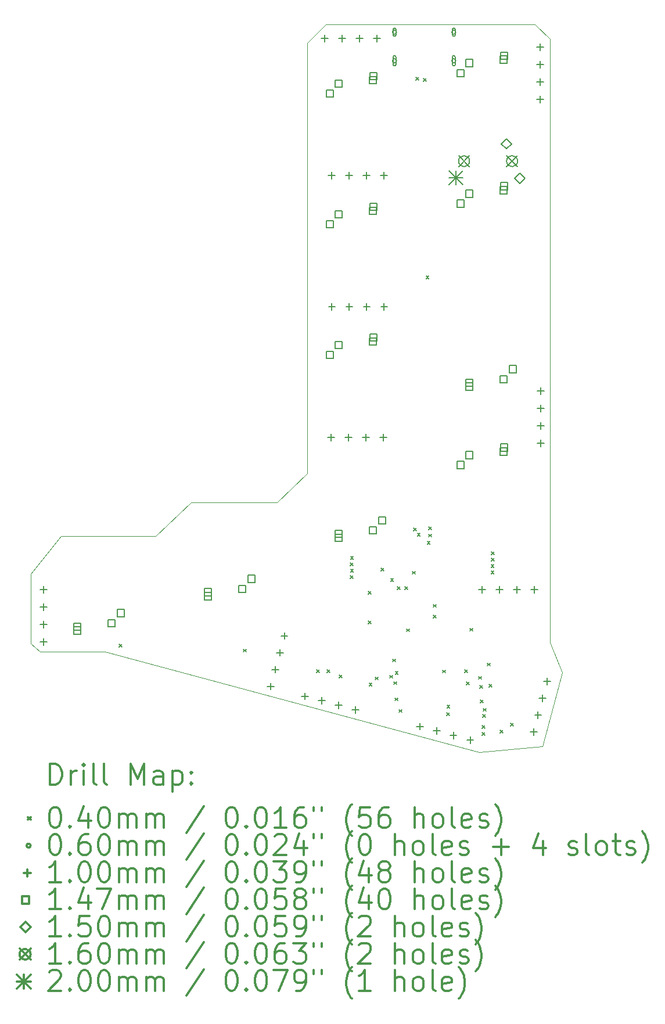
<source format=gbr>
%FSLAX45Y45*%
G04 Gerber Fmt 4.5, Leading zero omitted, Abs format (unit mm)*
G04 Created by KiCad (PCBNEW (5.1.4)-1) date 2023-02-10 21:16:50*
%MOMM*%
%LPD*%
G04 APERTURE LIST*
%ADD10C,0.050000*%
%ADD11C,0.200000*%
%ADD12C,0.300000*%
G04 APERTURE END LIST*
D10*
X12925419Y-47405040D02*
X13213232Y-46328860D01*
X13033421Y-45883812D02*
X13032185Y-45151986D01*
X13033421Y-45883812D02*
X13213232Y-46328860D01*
X9763279Y-36876295D02*
X12813279Y-36876295D01*
X5463279Y-44891295D02*
X5903279Y-44341295D01*
X13031480Y-37091016D02*
X12813279Y-36876295D01*
X13031346Y-39391871D02*
X13031480Y-39216016D01*
X5463279Y-45901295D02*
X5603279Y-46021295D01*
X6523279Y-46021295D02*
X6543279Y-46021295D01*
X9493279Y-39271295D02*
X9493279Y-43421295D01*
X6523279Y-46021295D02*
X5603279Y-46021295D01*
X9050000Y-43850000D02*
X9493279Y-43421295D01*
X7800000Y-43850000D02*
X7283279Y-44341295D01*
X9763279Y-36876295D02*
X9493279Y-37146295D01*
X5463279Y-44891295D02*
X5463279Y-45901295D01*
X13031346Y-39391871D02*
X13033920Y-43349053D01*
X13032185Y-45151986D02*
X13032767Y-45050023D01*
X12925419Y-47405040D02*
X12003279Y-47491295D01*
X13033920Y-43349053D02*
X13032767Y-45050023D01*
X13031480Y-37311016D02*
X13031480Y-37091016D01*
X9493279Y-39271295D02*
X9493279Y-37366295D01*
X9493279Y-37366295D02*
X9493279Y-37146295D01*
X13031480Y-39216016D02*
X13031480Y-37311016D01*
X9050000Y-43850000D02*
X7800000Y-43850000D01*
X7283279Y-44341295D02*
X5903279Y-44341295D01*
X12003279Y-47491295D02*
X6543279Y-46021295D01*
D11*
X6754279Y-45913221D02*
X6794279Y-45953221D01*
X6794279Y-45913221D02*
X6754279Y-45953221D01*
X8561000Y-45987000D02*
X8601000Y-46027000D01*
X8601000Y-45987000D02*
X8561000Y-46027000D01*
X9629000Y-46287000D02*
X9669000Y-46327000D01*
X9669000Y-46287000D02*
X9629000Y-46327000D01*
X9783000Y-46287000D02*
X9823000Y-46327000D01*
X9823000Y-46287000D02*
X9783000Y-46327000D01*
X9960000Y-46363500D02*
X10000000Y-46403500D01*
X10000000Y-46363500D02*
X9960000Y-46403500D01*
X10122500Y-44915000D02*
X10162500Y-44955000D01*
X10162500Y-44915000D02*
X10122500Y-44955000D01*
X10124346Y-44729713D02*
X10164346Y-44769713D01*
X10164346Y-44729713D02*
X10124346Y-44769713D01*
X10125248Y-44637017D02*
X10165248Y-44677017D01*
X10165248Y-44637017D02*
X10125248Y-44677017D01*
X10126527Y-44822387D02*
X10166527Y-44862387D01*
X10166527Y-44822387D02*
X10126527Y-44862387D01*
X10383636Y-45145603D02*
X10423636Y-45185603D01*
X10423636Y-45145603D02*
X10383636Y-45185603D01*
X10384000Y-45576000D02*
X10424000Y-45616000D01*
X10424000Y-45576000D02*
X10384000Y-45616000D01*
X10396397Y-46480028D02*
X10436397Y-46520028D01*
X10436397Y-46480028D02*
X10396397Y-46520028D01*
X10488399Y-46393075D02*
X10528399Y-46433075D01*
X10528399Y-46393075D02*
X10488399Y-46433075D01*
X10573000Y-44808000D02*
X10613000Y-44848000D01*
X10613000Y-44808000D02*
X10573000Y-44848000D01*
X10694600Y-46368000D02*
X10734600Y-46408000D01*
X10734600Y-46368000D02*
X10694600Y-46408000D01*
X10710000Y-44957000D02*
X10750000Y-44997000D01*
X10750000Y-44957000D02*
X10710000Y-44997000D01*
X10742098Y-46130119D02*
X10782098Y-46170119D01*
X10782098Y-46130119D02*
X10742098Y-46170119D01*
X10758788Y-46460284D02*
X10798788Y-46500284D01*
X10798788Y-46460284D02*
X10758788Y-46500284D01*
X10770800Y-46698200D02*
X10810800Y-46738200D01*
X10810800Y-46698200D02*
X10770800Y-46738200D01*
X10776660Y-46312560D02*
X10816660Y-46352560D01*
X10816660Y-46312560D02*
X10776660Y-46352560D01*
X10807670Y-45074557D02*
X10847670Y-45114557D01*
X10847670Y-45074557D02*
X10807670Y-45114557D01*
X10830866Y-46866381D02*
X10870866Y-46906381D01*
X10870866Y-46866381D02*
X10830866Y-46906381D01*
X10915000Y-45075000D02*
X10955000Y-45115000D01*
X10955000Y-45075000D02*
X10915000Y-45115000D01*
X10942402Y-45689200D02*
X10982402Y-45729200D01*
X10982402Y-45689200D02*
X10942402Y-45729200D01*
X11025000Y-44852500D02*
X11065000Y-44892500D01*
X11065000Y-44852500D02*
X11025000Y-44892500D01*
X11047246Y-44223496D02*
X11087246Y-44263496D01*
X11087246Y-44223496D02*
X11047246Y-44263496D01*
X11077500Y-37652500D02*
X11117500Y-37692500D01*
X11117500Y-37652500D02*
X11077500Y-37692500D01*
X11099598Y-44300000D02*
X11139598Y-44340000D01*
X11139598Y-44300000D02*
X11099598Y-44340000D01*
X11187500Y-37667500D02*
X11227500Y-37707500D01*
X11227500Y-37667500D02*
X11187500Y-37707500D01*
X11227500Y-40545000D02*
X11267500Y-40585000D01*
X11267500Y-40545000D02*
X11227500Y-40585000D01*
X11242500Y-44415000D02*
X11282500Y-44455000D01*
X11282500Y-44415000D02*
X11242500Y-44455000D01*
X11265000Y-44202500D02*
X11305000Y-44242500D01*
X11305000Y-44202500D02*
X11265000Y-44242500D01*
X11267500Y-44310000D02*
X11307500Y-44350000D01*
X11307500Y-44310000D02*
X11267500Y-44350000D01*
X11330000Y-45335000D02*
X11370000Y-45375000D01*
X11370000Y-45335000D02*
X11330000Y-45375000D01*
X11330000Y-45492500D02*
X11370000Y-45532500D01*
X11370000Y-45492500D02*
X11330000Y-45532500D01*
X11470000Y-46290000D02*
X11510000Y-46330000D01*
X11510000Y-46290000D02*
X11470000Y-46330000D01*
X11525586Y-46914414D02*
X11565586Y-46954414D01*
X11565586Y-46914414D02*
X11525586Y-46954414D01*
X11530315Y-46802501D02*
X11570315Y-46842501D01*
X11570315Y-46802501D02*
X11530315Y-46842501D01*
X11786836Y-46288164D02*
X11826836Y-46328164D01*
X11826836Y-46288164D02*
X11786836Y-46328164D01*
X11813362Y-46465943D02*
X11853362Y-46505943D01*
X11853362Y-46465943D02*
X11813362Y-46505943D01*
X11867500Y-45682500D02*
X11907500Y-45722500D01*
X11907500Y-45682500D02*
X11867500Y-45722500D01*
X11992536Y-46384599D02*
X12032536Y-46424599D01*
X12032536Y-46384599D02*
X11992536Y-46424599D01*
X12010000Y-46512500D02*
X12050000Y-46552500D01*
X12050000Y-46512500D02*
X12010000Y-46552500D01*
X12015000Y-46725000D02*
X12055000Y-46765000D01*
X12055000Y-46725000D02*
X12015000Y-46765000D01*
X12042500Y-47200000D02*
X12082500Y-47240000D01*
X12082500Y-47200000D02*
X12042500Y-47240000D01*
X12042501Y-47097501D02*
X12082501Y-47137501D01*
X12082501Y-47097501D02*
X12042501Y-47137501D01*
X12050832Y-46941338D02*
X12090832Y-46981338D01*
X12090832Y-46941338D02*
X12050832Y-46981338D01*
X12060234Y-46849114D02*
X12100234Y-46889114D01*
X12100234Y-46849114D02*
X12060234Y-46889114D01*
X12119999Y-46190000D02*
X12159999Y-46230000D01*
X12159999Y-46190000D02*
X12119999Y-46230000D01*
X12147901Y-46497374D02*
X12187901Y-46537374D01*
X12187901Y-46497374D02*
X12147901Y-46537374D01*
X12174769Y-44752817D02*
X12214769Y-44792817D01*
X12214769Y-44752817D02*
X12174769Y-44792817D01*
X12175014Y-44845517D02*
X12215014Y-44885517D01*
X12215014Y-44845517D02*
X12175014Y-44885517D01*
X12176437Y-44660132D02*
X12216437Y-44700132D01*
X12216437Y-44660132D02*
X12176437Y-44700132D01*
X12180000Y-44567500D02*
X12220000Y-44607500D01*
X12220000Y-44567500D02*
X12180000Y-44607500D01*
X12305000Y-47165000D02*
X12345000Y-47205000D01*
X12345000Y-47165000D02*
X12305000Y-47205000D01*
X12457700Y-47067500D02*
X12497700Y-47107500D01*
X12497700Y-47067500D02*
X12457700Y-47107500D01*
X10796000Y-36992500D02*
G75*
G03X10796000Y-36992500I-30000J0D01*
G01*
X10746000Y-36952500D02*
X10746000Y-37032500D01*
X10786000Y-36952500D02*
X10786000Y-37032500D01*
X10746000Y-37032500D02*
G75*
G03X10786000Y-37032500I20000J0D01*
G01*
X10786000Y-36952500D02*
G75*
G03X10746000Y-36952500I-20000J0D01*
G01*
X10796000Y-37409500D02*
G75*
G03X10796000Y-37409500I-30000J0D01*
G01*
X10746000Y-37354500D02*
X10746000Y-37464500D01*
X10786000Y-37354500D02*
X10786000Y-37464500D01*
X10746000Y-37464500D02*
G75*
G03X10786000Y-37464500I20000J0D01*
G01*
X10786000Y-37354500D02*
G75*
G03X10746000Y-37354500I-20000J0D01*
G01*
X11660000Y-36992500D02*
G75*
G03X11660000Y-36992500I-30000J0D01*
G01*
X11610000Y-36952500D02*
X11610000Y-37032500D01*
X11650000Y-36952500D02*
X11650000Y-37032500D01*
X11610000Y-37032500D02*
G75*
G03X11650000Y-37032500I20000J0D01*
G01*
X11650000Y-36952500D02*
G75*
G03X11610000Y-36952500I-20000J0D01*
G01*
X11660000Y-37409500D02*
G75*
G03X11660000Y-37409500I-30000J0D01*
G01*
X11610000Y-37354500D02*
X11610000Y-37464500D01*
X11650000Y-37354500D02*
X11650000Y-37464500D01*
X11610000Y-37464500D02*
G75*
G03X11650000Y-37464500I20000J0D01*
G01*
X11650000Y-37354500D02*
G75*
G03X11610000Y-37354500I-20000J0D01*
G01*
X11133279Y-47061295D02*
X11133279Y-47161295D01*
X11083279Y-47111295D02*
X11183279Y-47111295D01*
X11378624Y-47127035D02*
X11378624Y-47227035D01*
X11328624Y-47177035D02*
X11428624Y-47177035D01*
X11623969Y-47192775D02*
X11623969Y-47292775D01*
X11573969Y-47242775D02*
X11673969Y-47242775D01*
X11869314Y-47258515D02*
X11869314Y-47358515D01*
X11819314Y-47308515D02*
X11919314Y-47308515D01*
X9837697Y-42852097D02*
X9837697Y-42952097D01*
X9787697Y-42902097D02*
X9887697Y-42902097D01*
X10091697Y-42852097D02*
X10091697Y-42952097D01*
X10041697Y-42902097D02*
X10141697Y-42902097D01*
X10345697Y-42852097D02*
X10345697Y-42952097D01*
X10295697Y-42902097D02*
X10395697Y-42902097D01*
X10599697Y-42852097D02*
X10599697Y-42952097D01*
X10549697Y-42902097D02*
X10649697Y-42902097D01*
X5653279Y-45069295D02*
X5653279Y-45169295D01*
X5603279Y-45119295D02*
X5703279Y-45119295D01*
X5653279Y-45323295D02*
X5653279Y-45423295D01*
X5603279Y-45373295D02*
X5703279Y-45373295D01*
X5653279Y-45577295D02*
X5653279Y-45677295D01*
X5603279Y-45627295D02*
X5703279Y-45627295D01*
X5653279Y-45831295D02*
X5653279Y-45931295D01*
X5603279Y-45881295D02*
X5703279Y-45881295D01*
X9463279Y-46621295D02*
X9463279Y-46721295D01*
X9413279Y-46671295D02*
X9513279Y-46671295D01*
X9708624Y-46687035D02*
X9708624Y-46787035D01*
X9658624Y-46737035D02*
X9758624Y-46737035D01*
X9953969Y-46752775D02*
X9953969Y-46852775D01*
X9903969Y-46802775D02*
X10003969Y-46802775D01*
X10199314Y-46818515D02*
X10199314Y-46918515D01*
X10149314Y-46868515D02*
X10249314Y-46868515D01*
X12887609Y-37159831D02*
X12887609Y-37259831D01*
X12837609Y-37209831D02*
X12937609Y-37209831D01*
X12887609Y-37413831D02*
X12887609Y-37513831D01*
X12837609Y-37463831D02*
X12937609Y-37463831D01*
X12887609Y-37667831D02*
X12887609Y-37767831D01*
X12837609Y-37717831D02*
X12937609Y-37717831D01*
X12887609Y-37921831D02*
X12887609Y-38021831D01*
X12837609Y-37971831D02*
X12937609Y-37971831D01*
X12793279Y-47141295D02*
X12793279Y-47241295D01*
X12743279Y-47191295D02*
X12843279Y-47191295D01*
X12859019Y-46895950D02*
X12859019Y-46995950D01*
X12809019Y-46945950D02*
X12909019Y-46945950D01*
X12924759Y-46650605D02*
X12924759Y-46750605D01*
X12874759Y-46700605D02*
X12974759Y-46700605D01*
X12990499Y-46405260D02*
X12990499Y-46505260D01*
X12940499Y-46455260D02*
X13040499Y-46455260D01*
X12894060Y-42172489D02*
X12894060Y-42272489D01*
X12844060Y-42222489D02*
X12944060Y-42222489D01*
X12894060Y-42426489D02*
X12894060Y-42526489D01*
X12844060Y-42476489D02*
X12944060Y-42476489D01*
X12894060Y-42680489D02*
X12894060Y-42780489D01*
X12844060Y-42730489D02*
X12944060Y-42730489D01*
X12894060Y-42934489D02*
X12894060Y-43034489D01*
X12844060Y-42984489D02*
X12944060Y-42984489D01*
X9751000Y-37032000D02*
X9751000Y-37132000D01*
X9701000Y-37082000D02*
X9801000Y-37082000D01*
X10005000Y-37032000D02*
X10005000Y-37132000D01*
X9955000Y-37082000D02*
X10055000Y-37082000D01*
X10259000Y-37032000D02*
X10259000Y-37132000D01*
X10209000Y-37082000D02*
X10309000Y-37082000D01*
X10513000Y-37032000D02*
X10513000Y-37132000D01*
X10463000Y-37082000D02*
X10563000Y-37082000D01*
X12044843Y-45068132D02*
X12044843Y-45168132D01*
X11994843Y-45118132D02*
X12094843Y-45118132D01*
X12298843Y-45068132D02*
X12298843Y-45168132D01*
X12248843Y-45118132D02*
X12348843Y-45118132D01*
X12552843Y-45068132D02*
X12552843Y-45168132D01*
X12502843Y-45118132D02*
X12602843Y-45118132D01*
X12806843Y-45068132D02*
X12806843Y-45168132D01*
X12756843Y-45118132D02*
X12856843Y-45118132D01*
X8962796Y-46477182D02*
X8962796Y-46577182D01*
X8912796Y-46527182D02*
X9012796Y-46527182D01*
X9028536Y-46231837D02*
X9028536Y-46331837D01*
X8978536Y-46281837D02*
X9078536Y-46281837D01*
X9094276Y-45986492D02*
X9094276Y-46086492D01*
X9044276Y-46036492D02*
X9144276Y-46036492D01*
X9160016Y-45741146D02*
X9160016Y-45841146D01*
X9110016Y-45791146D02*
X9210016Y-45791146D01*
X9850928Y-39031838D02*
X9850928Y-39131838D01*
X9800928Y-39081838D02*
X9900928Y-39081838D01*
X10104928Y-39031838D02*
X10104928Y-39131838D01*
X10054928Y-39081838D02*
X10154928Y-39081838D01*
X10358928Y-39031838D02*
X10358928Y-39131838D01*
X10308928Y-39081838D02*
X10408928Y-39081838D01*
X10612928Y-39031838D02*
X10612928Y-39131838D01*
X10562928Y-39081838D02*
X10662928Y-39081838D01*
X9853416Y-40943520D02*
X9853416Y-41043520D01*
X9803416Y-40993520D02*
X9903416Y-40993520D01*
X10107416Y-40943520D02*
X10107416Y-41043520D01*
X10057416Y-40993520D02*
X10157416Y-40993520D01*
X10361416Y-40943520D02*
X10361416Y-41043520D01*
X10311416Y-40993520D02*
X10411416Y-40993520D01*
X10615416Y-40943520D02*
X10615416Y-41043520D01*
X10565416Y-40993520D02*
X10665416Y-40993520D01*
X9874252Y-37937973D02*
X9874252Y-37834027D01*
X9770306Y-37834027D01*
X9770306Y-37937973D01*
X9874252Y-37937973D01*
X10005252Y-37791973D02*
X10005252Y-37688027D01*
X9901306Y-37688027D01*
X9901306Y-37791973D01*
X10005252Y-37791973D01*
X10505252Y-37741973D02*
X10505252Y-37638027D01*
X10401306Y-37638027D01*
X10401306Y-37741973D01*
X10505252Y-37741973D01*
X10509252Y-37683973D02*
X10509252Y-37580027D01*
X10405306Y-37580027D01*
X10405306Y-37683973D01*
X10509252Y-37683973D01*
X9874252Y-41749268D02*
X9874252Y-41645322D01*
X9770306Y-41645322D01*
X9770306Y-41749268D01*
X9874252Y-41749268D01*
X10005252Y-41603268D02*
X10005252Y-41499322D01*
X9901306Y-41499322D01*
X9901306Y-41603268D01*
X10005252Y-41603268D01*
X10505252Y-41553268D02*
X10505252Y-41449322D01*
X10401306Y-41449322D01*
X10401306Y-41553268D01*
X10505252Y-41553268D01*
X10509252Y-41495268D02*
X10509252Y-41391322D01*
X10405306Y-41391322D01*
X10405306Y-41495268D01*
X10509252Y-41495268D01*
X10001252Y-44416268D02*
X10001252Y-44312322D01*
X9897306Y-44312322D01*
X9897306Y-44416268D01*
X10001252Y-44416268D01*
X10005252Y-44358268D02*
X10005252Y-44254322D01*
X9901306Y-44254322D01*
X9901306Y-44358268D01*
X10005252Y-44358268D01*
X10505252Y-44308268D02*
X10505252Y-44204322D01*
X10401306Y-44204322D01*
X10401306Y-44308268D01*
X10505252Y-44308268D01*
X10636252Y-44162268D02*
X10636252Y-44058322D01*
X10532306Y-44058322D01*
X10532306Y-44162268D01*
X10636252Y-44162268D01*
X11779252Y-43354268D02*
X11779252Y-43250322D01*
X11675306Y-43250322D01*
X11675306Y-43354268D01*
X11779252Y-43354268D01*
X11910252Y-43208268D02*
X11910252Y-43104322D01*
X11806306Y-43104322D01*
X11806306Y-43208268D01*
X11910252Y-43208268D01*
X12410252Y-43158268D02*
X12410252Y-43054322D01*
X12306306Y-43054322D01*
X12306306Y-43158268D01*
X12410252Y-43158268D01*
X12414252Y-43100268D02*
X12414252Y-42996322D01*
X12310306Y-42996322D01*
X12310306Y-43100268D01*
X12414252Y-43100268D01*
X6191252Y-45766268D02*
X6191252Y-45662322D01*
X6087306Y-45662322D01*
X6087306Y-45766268D01*
X6191252Y-45766268D01*
X6195252Y-45708268D02*
X6195252Y-45604322D01*
X6091306Y-45604322D01*
X6091306Y-45708268D01*
X6195252Y-45708268D01*
X6695252Y-45658268D02*
X6695252Y-45554322D01*
X6591306Y-45554322D01*
X6591306Y-45658268D01*
X6695252Y-45658268D01*
X6826252Y-45512268D02*
X6826252Y-45408322D01*
X6722306Y-45408322D01*
X6722306Y-45512268D01*
X6826252Y-45512268D01*
X8096252Y-45266268D02*
X8096252Y-45162322D01*
X7992306Y-45162322D01*
X7992306Y-45266268D01*
X8096252Y-45266268D01*
X8100252Y-45208268D02*
X8100252Y-45104322D01*
X7996306Y-45104322D01*
X7996306Y-45208268D01*
X8100252Y-45208268D01*
X8600252Y-45158268D02*
X8600252Y-45054322D01*
X8496306Y-45054322D01*
X8496306Y-45158268D01*
X8600252Y-45158268D01*
X8731252Y-45012268D02*
X8731252Y-44908322D01*
X8627306Y-44908322D01*
X8627306Y-45012268D01*
X8731252Y-45012268D01*
X11779252Y-37639973D02*
X11779252Y-37536027D01*
X11675306Y-37536027D01*
X11675306Y-37639973D01*
X11779252Y-37639973D01*
X11910252Y-37493973D02*
X11910252Y-37390027D01*
X11806306Y-37390027D01*
X11806306Y-37493973D01*
X11910252Y-37493973D01*
X12410252Y-37443973D02*
X12410252Y-37340027D01*
X12306306Y-37340027D01*
X12306306Y-37443973D01*
X12410252Y-37443973D01*
X12414252Y-37385973D02*
X12414252Y-37282027D01*
X12310306Y-37282027D01*
X12310306Y-37385973D01*
X12414252Y-37385973D01*
X11906252Y-42211268D02*
X11906252Y-42107322D01*
X11802306Y-42107322D01*
X11802306Y-42211268D01*
X11906252Y-42211268D01*
X11910252Y-42153268D02*
X11910252Y-42049322D01*
X11806306Y-42049322D01*
X11806306Y-42153268D01*
X11910252Y-42153268D01*
X12410252Y-42103268D02*
X12410252Y-41999322D01*
X12306306Y-41999322D01*
X12306306Y-42103268D01*
X12410252Y-42103268D01*
X12541252Y-41957268D02*
X12541252Y-41853322D01*
X12437306Y-41853322D01*
X12437306Y-41957268D01*
X12541252Y-41957268D01*
X9874252Y-39844268D02*
X9874252Y-39740322D01*
X9770306Y-39740322D01*
X9770306Y-39844268D01*
X9874252Y-39844268D01*
X10005252Y-39698268D02*
X10005252Y-39594322D01*
X9901306Y-39594322D01*
X9901306Y-39698268D01*
X10005252Y-39698268D01*
X10505252Y-39648268D02*
X10505252Y-39544322D01*
X10401306Y-39544322D01*
X10401306Y-39648268D01*
X10505252Y-39648268D01*
X10509252Y-39590268D02*
X10509252Y-39486322D01*
X10405306Y-39486322D01*
X10405306Y-39590268D01*
X10509252Y-39590268D01*
X11779252Y-39544268D02*
X11779252Y-39440322D01*
X11675306Y-39440322D01*
X11675306Y-39544268D01*
X11779252Y-39544268D01*
X11910252Y-39398268D02*
X11910252Y-39294322D01*
X11806306Y-39294322D01*
X11806306Y-39398268D01*
X11910252Y-39398268D01*
X12410252Y-39348268D02*
X12410252Y-39244322D01*
X12306306Y-39244322D01*
X12306306Y-39348268D01*
X12410252Y-39348268D01*
X12414252Y-39290268D02*
X12414252Y-39186322D01*
X12310306Y-39186322D01*
X12310306Y-39290268D01*
X12414252Y-39290268D01*
X12400000Y-38695000D02*
X12475000Y-38620000D01*
X12400000Y-38545000D01*
X12325000Y-38620000D01*
X12400000Y-38695000D01*
X12590000Y-39200000D02*
X12665000Y-39125000D01*
X12590000Y-39050000D01*
X12515000Y-39125000D01*
X12590000Y-39200000D01*
X11700000Y-38792500D02*
X11860000Y-38952500D01*
X11860000Y-38792500D02*
X11700000Y-38952500D01*
X11860000Y-38872500D02*
G75*
G03X11860000Y-38872500I-80000J0D01*
G01*
X12400000Y-38792500D02*
X12560000Y-38952500D01*
X12560000Y-38792500D02*
X12400000Y-38952500D01*
X12560000Y-38872500D02*
G75*
G03X12560000Y-38872500I-80000J0D01*
G01*
X11560000Y-39012500D02*
X11760000Y-39212500D01*
X11760000Y-39012500D02*
X11560000Y-39212500D01*
X11660000Y-39012500D02*
X11660000Y-39212500D01*
X11560000Y-39112500D02*
X11760000Y-39112500D01*
D12*
X5747207Y-47959509D02*
X5747207Y-47659509D01*
X5818636Y-47659509D01*
X5861493Y-47673795D01*
X5890064Y-47702367D01*
X5904350Y-47730938D01*
X5918636Y-47788081D01*
X5918636Y-47830938D01*
X5904350Y-47888081D01*
X5890064Y-47916652D01*
X5861493Y-47945224D01*
X5818636Y-47959509D01*
X5747207Y-47959509D01*
X6047207Y-47959509D02*
X6047207Y-47759509D01*
X6047207Y-47816652D02*
X6061493Y-47788081D01*
X6075779Y-47773795D01*
X6104350Y-47759509D01*
X6132922Y-47759509D01*
X6232922Y-47959509D02*
X6232922Y-47759509D01*
X6232922Y-47659509D02*
X6218636Y-47673795D01*
X6232922Y-47688081D01*
X6247207Y-47673795D01*
X6232922Y-47659509D01*
X6232922Y-47688081D01*
X6418636Y-47959509D02*
X6390064Y-47945224D01*
X6375779Y-47916652D01*
X6375779Y-47659509D01*
X6575779Y-47959509D02*
X6547207Y-47945224D01*
X6532922Y-47916652D01*
X6532922Y-47659509D01*
X6918636Y-47959509D02*
X6918636Y-47659509D01*
X7018636Y-47873795D01*
X7118636Y-47659509D01*
X7118636Y-47959509D01*
X7390064Y-47959509D02*
X7390064Y-47802367D01*
X7375779Y-47773795D01*
X7347207Y-47759509D01*
X7290064Y-47759509D01*
X7261493Y-47773795D01*
X7390064Y-47945224D02*
X7361493Y-47959509D01*
X7290064Y-47959509D01*
X7261493Y-47945224D01*
X7247207Y-47916652D01*
X7247207Y-47888081D01*
X7261493Y-47859509D01*
X7290064Y-47845224D01*
X7361493Y-47845224D01*
X7390064Y-47830938D01*
X7532922Y-47759509D02*
X7532922Y-48059509D01*
X7532922Y-47773795D02*
X7561493Y-47759509D01*
X7618636Y-47759509D01*
X7647207Y-47773795D01*
X7661493Y-47788081D01*
X7675779Y-47816652D01*
X7675779Y-47902367D01*
X7661493Y-47930938D01*
X7647207Y-47945224D01*
X7618636Y-47959509D01*
X7561493Y-47959509D01*
X7532922Y-47945224D01*
X7804350Y-47930938D02*
X7818636Y-47945224D01*
X7804350Y-47959509D01*
X7790064Y-47945224D01*
X7804350Y-47930938D01*
X7804350Y-47959509D01*
X7804350Y-47773795D02*
X7818636Y-47788081D01*
X7804350Y-47802367D01*
X7790064Y-47788081D01*
X7804350Y-47773795D01*
X7804350Y-47802367D01*
X5420779Y-48433795D02*
X5460779Y-48473795D01*
X5460779Y-48433795D02*
X5420779Y-48473795D01*
X5804350Y-48289509D02*
X5832922Y-48289509D01*
X5861493Y-48303795D01*
X5875779Y-48318081D01*
X5890064Y-48346652D01*
X5904350Y-48403795D01*
X5904350Y-48475224D01*
X5890064Y-48532367D01*
X5875779Y-48560938D01*
X5861493Y-48575224D01*
X5832922Y-48589509D01*
X5804350Y-48589509D01*
X5775779Y-48575224D01*
X5761493Y-48560938D01*
X5747207Y-48532367D01*
X5732922Y-48475224D01*
X5732922Y-48403795D01*
X5747207Y-48346652D01*
X5761493Y-48318081D01*
X5775779Y-48303795D01*
X5804350Y-48289509D01*
X6032922Y-48560938D02*
X6047207Y-48575224D01*
X6032922Y-48589509D01*
X6018636Y-48575224D01*
X6032922Y-48560938D01*
X6032922Y-48589509D01*
X6304350Y-48389509D02*
X6304350Y-48589509D01*
X6232922Y-48275224D02*
X6161493Y-48489509D01*
X6347207Y-48489509D01*
X6518636Y-48289509D02*
X6547207Y-48289509D01*
X6575779Y-48303795D01*
X6590064Y-48318081D01*
X6604350Y-48346652D01*
X6618636Y-48403795D01*
X6618636Y-48475224D01*
X6604350Y-48532367D01*
X6590064Y-48560938D01*
X6575779Y-48575224D01*
X6547207Y-48589509D01*
X6518636Y-48589509D01*
X6490064Y-48575224D01*
X6475779Y-48560938D01*
X6461493Y-48532367D01*
X6447207Y-48475224D01*
X6447207Y-48403795D01*
X6461493Y-48346652D01*
X6475779Y-48318081D01*
X6490064Y-48303795D01*
X6518636Y-48289509D01*
X6747207Y-48589509D02*
X6747207Y-48389509D01*
X6747207Y-48418081D02*
X6761493Y-48403795D01*
X6790064Y-48389509D01*
X6832922Y-48389509D01*
X6861493Y-48403795D01*
X6875779Y-48432367D01*
X6875779Y-48589509D01*
X6875779Y-48432367D02*
X6890064Y-48403795D01*
X6918636Y-48389509D01*
X6961493Y-48389509D01*
X6990064Y-48403795D01*
X7004350Y-48432367D01*
X7004350Y-48589509D01*
X7147207Y-48589509D02*
X7147207Y-48389509D01*
X7147207Y-48418081D02*
X7161493Y-48403795D01*
X7190064Y-48389509D01*
X7232922Y-48389509D01*
X7261493Y-48403795D01*
X7275779Y-48432367D01*
X7275779Y-48589509D01*
X7275779Y-48432367D02*
X7290064Y-48403795D01*
X7318636Y-48389509D01*
X7361493Y-48389509D01*
X7390064Y-48403795D01*
X7404350Y-48432367D01*
X7404350Y-48589509D01*
X7990064Y-48275224D02*
X7732922Y-48660938D01*
X8375779Y-48289509D02*
X8404350Y-48289509D01*
X8432922Y-48303795D01*
X8447207Y-48318081D01*
X8461493Y-48346652D01*
X8475779Y-48403795D01*
X8475779Y-48475224D01*
X8461493Y-48532367D01*
X8447207Y-48560938D01*
X8432922Y-48575224D01*
X8404350Y-48589509D01*
X8375779Y-48589509D01*
X8347207Y-48575224D01*
X8332922Y-48560938D01*
X8318636Y-48532367D01*
X8304350Y-48475224D01*
X8304350Y-48403795D01*
X8318636Y-48346652D01*
X8332922Y-48318081D01*
X8347207Y-48303795D01*
X8375779Y-48289509D01*
X8604350Y-48560938D02*
X8618636Y-48575224D01*
X8604350Y-48589509D01*
X8590065Y-48575224D01*
X8604350Y-48560938D01*
X8604350Y-48589509D01*
X8804350Y-48289509D02*
X8832922Y-48289509D01*
X8861493Y-48303795D01*
X8875779Y-48318081D01*
X8890065Y-48346652D01*
X8904350Y-48403795D01*
X8904350Y-48475224D01*
X8890065Y-48532367D01*
X8875779Y-48560938D01*
X8861493Y-48575224D01*
X8832922Y-48589509D01*
X8804350Y-48589509D01*
X8775779Y-48575224D01*
X8761493Y-48560938D01*
X8747207Y-48532367D01*
X8732922Y-48475224D01*
X8732922Y-48403795D01*
X8747207Y-48346652D01*
X8761493Y-48318081D01*
X8775779Y-48303795D01*
X8804350Y-48289509D01*
X9190065Y-48589509D02*
X9018636Y-48589509D01*
X9104350Y-48589509D02*
X9104350Y-48289509D01*
X9075779Y-48332367D01*
X9047207Y-48360938D01*
X9018636Y-48375224D01*
X9447207Y-48289509D02*
X9390065Y-48289509D01*
X9361493Y-48303795D01*
X9347207Y-48318081D01*
X9318636Y-48360938D01*
X9304350Y-48418081D01*
X9304350Y-48532367D01*
X9318636Y-48560938D01*
X9332922Y-48575224D01*
X9361493Y-48589509D01*
X9418636Y-48589509D01*
X9447207Y-48575224D01*
X9461493Y-48560938D01*
X9475779Y-48532367D01*
X9475779Y-48460938D01*
X9461493Y-48432367D01*
X9447207Y-48418081D01*
X9418636Y-48403795D01*
X9361493Y-48403795D01*
X9332922Y-48418081D01*
X9318636Y-48432367D01*
X9304350Y-48460938D01*
X9590065Y-48289509D02*
X9590065Y-48346652D01*
X9704350Y-48289509D02*
X9704350Y-48346652D01*
X10147207Y-48703795D02*
X10132922Y-48689509D01*
X10104350Y-48646652D01*
X10090065Y-48618081D01*
X10075779Y-48575224D01*
X10061493Y-48503795D01*
X10061493Y-48446652D01*
X10075779Y-48375224D01*
X10090065Y-48332367D01*
X10104350Y-48303795D01*
X10132922Y-48260938D01*
X10147207Y-48246652D01*
X10404350Y-48289509D02*
X10261493Y-48289509D01*
X10247207Y-48432367D01*
X10261493Y-48418081D01*
X10290065Y-48403795D01*
X10361493Y-48403795D01*
X10390065Y-48418081D01*
X10404350Y-48432367D01*
X10418636Y-48460938D01*
X10418636Y-48532367D01*
X10404350Y-48560938D01*
X10390065Y-48575224D01*
X10361493Y-48589509D01*
X10290065Y-48589509D01*
X10261493Y-48575224D01*
X10247207Y-48560938D01*
X10675779Y-48289509D02*
X10618636Y-48289509D01*
X10590065Y-48303795D01*
X10575779Y-48318081D01*
X10547207Y-48360938D01*
X10532922Y-48418081D01*
X10532922Y-48532367D01*
X10547207Y-48560938D01*
X10561493Y-48575224D01*
X10590065Y-48589509D01*
X10647207Y-48589509D01*
X10675779Y-48575224D01*
X10690065Y-48560938D01*
X10704350Y-48532367D01*
X10704350Y-48460938D01*
X10690065Y-48432367D01*
X10675779Y-48418081D01*
X10647207Y-48403795D01*
X10590065Y-48403795D01*
X10561493Y-48418081D01*
X10547207Y-48432367D01*
X10532922Y-48460938D01*
X11061493Y-48589509D02*
X11061493Y-48289509D01*
X11190064Y-48589509D02*
X11190064Y-48432367D01*
X11175779Y-48403795D01*
X11147207Y-48389509D01*
X11104350Y-48389509D01*
X11075779Y-48403795D01*
X11061493Y-48418081D01*
X11375779Y-48589509D02*
X11347207Y-48575224D01*
X11332922Y-48560938D01*
X11318636Y-48532367D01*
X11318636Y-48446652D01*
X11332922Y-48418081D01*
X11347207Y-48403795D01*
X11375779Y-48389509D01*
X11418636Y-48389509D01*
X11447207Y-48403795D01*
X11461493Y-48418081D01*
X11475779Y-48446652D01*
X11475779Y-48532367D01*
X11461493Y-48560938D01*
X11447207Y-48575224D01*
X11418636Y-48589509D01*
X11375779Y-48589509D01*
X11647207Y-48589509D02*
X11618636Y-48575224D01*
X11604350Y-48546652D01*
X11604350Y-48289509D01*
X11875779Y-48575224D02*
X11847207Y-48589509D01*
X11790064Y-48589509D01*
X11761493Y-48575224D01*
X11747207Y-48546652D01*
X11747207Y-48432367D01*
X11761493Y-48403795D01*
X11790064Y-48389509D01*
X11847207Y-48389509D01*
X11875779Y-48403795D01*
X11890064Y-48432367D01*
X11890064Y-48460938D01*
X11747207Y-48489509D01*
X12004350Y-48575224D02*
X12032922Y-48589509D01*
X12090064Y-48589509D01*
X12118636Y-48575224D01*
X12132922Y-48546652D01*
X12132922Y-48532367D01*
X12118636Y-48503795D01*
X12090064Y-48489509D01*
X12047207Y-48489509D01*
X12018636Y-48475224D01*
X12004350Y-48446652D01*
X12004350Y-48432367D01*
X12018636Y-48403795D01*
X12047207Y-48389509D01*
X12090064Y-48389509D01*
X12118636Y-48403795D01*
X12232922Y-48703795D02*
X12247207Y-48689509D01*
X12275779Y-48646652D01*
X12290064Y-48618081D01*
X12304350Y-48575224D01*
X12318636Y-48503795D01*
X12318636Y-48446652D01*
X12304350Y-48375224D01*
X12290064Y-48332367D01*
X12275779Y-48303795D01*
X12247207Y-48260938D01*
X12232922Y-48246652D01*
X5460779Y-48849795D02*
G75*
G03X5460779Y-48849795I-30000J0D01*
G01*
X5804350Y-48685509D02*
X5832922Y-48685509D01*
X5861493Y-48699795D01*
X5875779Y-48714081D01*
X5890064Y-48742652D01*
X5904350Y-48799795D01*
X5904350Y-48871224D01*
X5890064Y-48928367D01*
X5875779Y-48956938D01*
X5861493Y-48971224D01*
X5832922Y-48985509D01*
X5804350Y-48985509D01*
X5775779Y-48971224D01*
X5761493Y-48956938D01*
X5747207Y-48928367D01*
X5732922Y-48871224D01*
X5732922Y-48799795D01*
X5747207Y-48742652D01*
X5761493Y-48714081D01*
X5775779Y-48699795D01*
X5804350Y-48685509D01*
X6032922Y-48956938D02*
X6047207Y-48971224D01*
X6032922Y-48985509D01*
X6018636Y-48971224D01*
X6032922Y-48956938D01*
X6032922Y-48985509D01*
X6304350Y-48685509D02*
X6247207Y-48685509D01*
X6218636Y-48699795D01*
X6204350Y-48714081D01*
X6175779Y-48756938D01*
X6161493Y-48814081D01*
X6161493Y-48928367D01*
X6175779Y-48956938D01*
X6190064Y-48971224D01*
X6218636Y-48985509D01*
X6275779Y-48985509D01*
X6304350Y-48971224D01*
X6318636Y-48956938D01*
X6332922Y-48928367D01*
X6332922Y-48856938D01*
X6318636Y-48828367D01*
X6304350Y-48814081D01*
X6275779Y-48799795D01*
X6218636Y-48799795D01*
X6190064Y-48814081D01*
X6175779Y-48828367D01*
X6161493Y-48856938D01*
X6518636Y-48685509D02*
X6547207Y-48685509D01*
X6575779Y-48699795D01*
X6590064Y-48714081D01*
X6604350Y-48742652D01*
X6618636Y-48799795D01*
X6618636Y-48871224D01*
X6604350Y-48928367D01*
X6590064Y-48956938D01*
X6575779Y-48971224D01*
X6547207Y-48985509D01*
X6518636Y-48985509D01*
X6490064Y-48971224D01*
X6475779Y-48956938D01*
X6461493Y-48928367D01*
X6447207Y-48871224D01*
X6447207Y-48799795D01*
X6461493Y-48742652D01*
X6475779Y-48714081D01*
X6490064Y-48699795D01*
X6518636Y-48685509D01*
X6747207Y-48985509D02*
X6747207Y-48785509D01*
X6747207Y-48814081D02*
X6761493Y-48799795D01*
X6790064Y-48785509D01*
X6832922Y-48785509D01*
X6861493Y-48799795D01*
X6875779Y-48828367D01*
X6875779Y-48985509D01*
X6875779Y-48828367D02*
X6890064Y-48799795D01*
X6918636Y-48785509D01*
X6961493Y-48785509D01*
X6990064Y-48799795D01*
X7004350Y-48828367D01*
X7004350Y-48985509D01*
X7147207Y-48985509D02*
X7147207Y-48785509D01*
X7147207Y-48814081D02*
X7161493Y-48799795D01*
X7190064Y-48785509D01*
X7232922Y-48785509D01*
X7261493Y-48799795D01*
X7275779Y-48828367D01*
X7275779Y-48985509D01*
X7275779Y-48828367D02*
X7290064Y-48799795D01*
X7318636Y-48785509D01*
X7361493Y-48785509D01*
X7390064Y-48799795D01*
X7404350Y-48828367D01*
X7404350Y-48985509D01*
X7990064Y-48671224D02*
X7732922Y-49056938D01*
X8375779Y-48685509D02*
X8404350Y-48685509D01*
X8432922Y-48699795D01*
X8447207Y-48714081D01*
X8461493Y-48742652D01*
X8475779Y-48799795D01*
X8475779Y-48871224D01*
X8461493Y-48928367D01*
X8447207Y-48956938D01*
X8432922Y-48971224D01*
X8404350Y-48985509D01*
X8375779Y-48985509D01*
X8347207Y-48971224D01*
X8332922Y-48956938D01*
X8318636Y-48928367D01*
X8304350Y-48871224D01*
X8304350Y-48799795D01*
X8318636Y-48742652D01*
X8332922Y-48714081D01*
X8347207Y-48699795D01*
X8375779Y-48685509D01*
X8604350Y-48956938D02*
X8618636Y-48971224D01*
X8604350Y-48985509D01*
X8590065Y-48971224D01*
X8604350Y-48956938D01*
X8604350Y-48985509D01*
X8804350Y-48685509D02*
X8832922Y-48685509D01*
X8861493Y-48699795D01*
X8875779Y-48714081D01*
X8890065Y-48742652D01*
X8904350Y-48799795D01*
X8904350Y-48871224D01*
X8890065Y-48928367D01*
X8875779Y-48956938D01*
X8861493Y-48971224D01*
X8832922Y-48985509D01*
X8804350Y-48985509D01*
X8775779Y-48971224D01*
X8761493Y-48956938D01*
X8747207Y-48928367D01*
X8732922Y-48871224D01*
X8732922Y-48799795D01*
X8747207Y-48742652D01*
X8761493Y-48714081D01*
X8775779Y-48699795D01*
X8804350Y-48685509D01*
X9018636Y-48714081D02*
X9032922Y-48699795D01*
X9061493Y-48685509D01*
X9132922Y-48685509D01*
X9161493Y-48699795D01*
X9175779Y-48714081D01*
X9190065Y-48742652D01*
X9190065Y-48771224D01*
X9175779Y-48814081D01*
X9004350Y-48985509D01*
X9190065Y-48985509D01*
X9447207Y-48785509D02*
X9447207Y-48985509D01*
X9375779Y-48671224D02*
X9304350Y-48885509D01*
X9490065Y-48885509D01*
X9590065Y-48685509D02*
X9590065Y-48742652D01*
X9704350Y-48685509D02*
X9704350Y-48742652D01*
X10147207Y-49099795D02*
X10132922Y-49085509D01*
X10104350Y-49042652D01*
X10090065Y-49014081D01*
X10075779Y-48971224D01*
X10061493Y-48899795D01*
X10061493Y-48842652D01*
X10075779Y-48771224D01*
X10090065Y-48728367D01*
X10104350Y-48699795D01*
X10132922Y-48656938D01*
X10147207Y-48642652D01*
X10318636Y-48685509D02*
X10347207Y-48685509D01*
X10375779Y-48699795D01*
X10390065Y-48714081D01*
X10404350Y-48742652D01*
X10418636Y-48799795D01*
X10418636Y-48871224D01*
X10404350Y-48928367D01*
X10390065Y-48956938D01*
X10375779Y-48971224D01*
X10347207Y-48985509D01*
X10318636Y-48985509D01*
X10290065Y-48971224D01*
X10275779Y-48956938D01*
X10261493Y-48928367D01*
X10247207Y-48871224D01*
X10247207Y-48799795D01*
X10261493Y-48742652D01*
X10275779Y-48714081D01*
X10290065Y-48699795D01*
X10318636Y-48685509D01*
X10775779Y-48985509D02*
X10775779Y-48685509D01*
X10904350Y-48985509D02*
X10904350Y-48828367D01*
X10890065Y-48799795D01*
X10861493Y-48785509D01*
X10818636Y-48785509D01*
X10790065Y-48799795D01*
X10775779Y-48814081D01*
X11090065Y-48985509D02*
X11061493Y-48971224D01*
X11047207Y-48956938D01*
X11032922Y-48928367D01*
X11032922Y-48842652D01*
X11047207Y-48814081D01*
X11061493Y-48799795D01*
X11090065Y-48785509D01*
X11132922Y-48785509D01*
X11161493Y-48799795D01*
X11175779Y-48814081D01*
X11190064Y-48842652D01*
X11190064Y-48928367D01*
X11175779Y-48956938D01*
X11161493Y-48971224D01*
X11132922Y-48985509D01*
X11090065Y-48985509D01*
X11361493Y-48985509D02*
X11332922Y-48971224D01*
X11318636Y-48942652D01*
X11318636Y-48685509D01*
X11590064Y-48971224D02*
X11561493Y-48985509D01*
X11504350Y-48985509D01*
X11475779Y-48971224D01*
X11461493Y-48942652D01*
X11461493Y-48828367D01*
X11475779Y-48799795D01*
X11504350Y-48785509D01*
X11561493Y-48785509D01*
X11590064Y-48799795D01*
X11604350Y-48828367D01*
X11604350Y-48856938D01*
X11461493Y-48885509D01*
X11718636Y-48971224D02*
X11747207Y-48985509D01*
X11804350Y-48985509D01*
X11832922Y-48971224D01*
X11847207Y-48942652D01*
X11847207Y-48928367D01*
X11832922Y-48899795D01*
X11804350Y-48885509D01*
X11761493Y-48885509D01*
X11732922Y-48871224D01*
X11718636Y-48842652D01*
X11718636Y-48828367D01*
X11732922Y-48799795D01*
X11761493Y-48785509D01*
X11804350Y-48785509D01*
X11832922Y-48799795D01*
X12204350Y-48871224D02*
X12432922Y-48871224D01*
X12318636Y-48985509D02*
X12318636Y-48756938D01*
X12932922Y-48785509D02*
X12932922Y-48985509D01*
X12861493Y-48671224D02*
X12790064Y-48885509D01*
X12975779Y-48885509D01*
X13304350Y-48971224D02*
X13332922Y-48985509D01*
X13390064Y-48985509D01*
X13418636Y-48971224D01*
X13432922Y-48942652D01*
X13432922Y-48928367D01*
X13418636Y-48899795D01*
X13390064Y-48885509D01*
X13347207Y-48885509D01*
X13318636Y-48871224D01*
X13304350Y-48842652D01*
X13304350Y-48828367D01*
X13318636Y-48799795D01*
X13347207Y-48785509D01*
X13390064Y-48785509D01*
X13418636Y-48799795D01*
X13604350Y-48985509D02*
X13575779Y-48971224D01*
X13561493Y-48942652D01*
X13561493Y-48685509D01*
X13761493Y-48985509D02*
X13732922Y-48971224D01*
X13718636Y-48956938D01*
X13704350Y-48928367D01*
X13704350Y-48842652D01*
X13718636Y-48814081D01*
X13732922Y-48799795D01*
X13761493Y-48785509D01*
X13804350Y-48785509D01*
X13832922Y-48799795D01*
X13847207Y-48814081D01*
X13861493Y-48842652D01*
X13861493Y-48928367D01*
X13847207Y-48956938D01*
X13832922Y-48971224D01*
X13804350Y-48985509D01*
X13761493Y-48985509D01*
X13947207Y-48785509D02*
X14061493Y-48785509D01*
X13990064Y-48685509D02*
X13990064Y-48942652D01*
X14004350Y-48971224D01*
X14032922Y-48985509D01*
X14061493Y-48985509D01*
X14147207Y-48971224D02*
X14175779Y-48985509D01*
X14232922Y-48985509D01*
X14261493Y-48971224D01*
X14275779Y-48942652D01*
X14275779Y-48928367D01*
X14261493Y-48899795D01*
X14232922Y-48885509D01*
X14190064Y-48885509D01*
X14161493Y-48871224D01*
X14147207Y-48842652D01*
X14147207Y-48828367D01*
X14161493Y-48799795D01*
X14190064Y-48785509D01*
X14232922Y-48785509D01*
X14261493Y-48799795D01*
X14375779Y-49099795D02*
X14390064Y-49085509D01*
X14418636Y-49042652D01*
X14432922Y-49014081D01*
X14447207Y-48971224D01*
X14461493Y-48899795D01*
X14461493Y-48842652D01*
X14447207Y-48771224D01*
X14432922Y-48728367D01*
X14418636Y-48699795D01*
X14390064Y-48656938D01*
X14375779Y-48642652D01*
X5410779Y-49195795D02*
X5410779Y-49295795D01*
X5360779Y-49245795D02*
X5460779Y-49245795D01*
X5904350Y-49381509D02*
X5732922Y-49381509D01*
X5818636Y-49381509D02*
X5818636Y-49081509D01*
X5790064Y-49124367D01*
X5761493Y-49152938D01*
X5732922Y-49167224D01*
X6032922Y-49352938D02*
X6047207Y-49367224D01*
X6032922Y-49381509D01*
X6018636Y-49367224D01*
X6032922Y-49352938D01*
X6032922Y-49381509D01*
X6232922Y-49081509D02*
X6261493Y-49081509D01*
X6290064Y-49095795D01*
X6304350Y-49110081D01*
X6318636Y-49138652D01*
X6332922Y-49195795D01*
X6332922Y-49267224D01*
X6318636Y-49324367D01*
X6304350Y-49352938D01*
X6290064Y-49367224D01*
X6261493Y-49381509D01*
X6232922Y-49381509D01*
X6204350Y-49367224D01*
X6190064Y-49352938D01*
X6175779Y-49324367D01*
X6161493Y-49267224D01*
X6161493Y-49195795D01*
X6175779Y-49138652D01*
X6190064Y-49110081D01*
X6204350Y-49095795D01*
X6232922Y-49081509D01*
X6518636Y-49081509D02*
X6547207Y-49081509D01*
X6575779Y-49095795D01*
X6590064Y-49110081D01*
X6604350Y-49138652D01*
X6618636Y-49195795D01*
X6618636Y-49267224D01*
X6604350Y-49324367D01*
X6590064Y-49352938D01*
X6575779Y-49367224D01*
X6547207Y-49381509D01*
X6518636Y-49381509D01*
X6490064Y-49367224D01*
X6475779Y-49352938D01*
X6461493Y-49324367D01*
X6447207Y-49267224D01*
X6447207Y-49195795D01*
X6461493Y-49138652D01*
X6475779Y-49110081D01*
X6490064Y-49095795D01*
X6518636Y-49081509D01*
X6747207Y-49381509D02*
X6747207Y-49181509D01*
X6747207Y-49210081D02*
X6761493Y-49195795D01*
X6790064Y-49181509D01*
X6832922Y-49181509D01*
X6861493Y-49195795D01*
X6875779Y-49224367D01*
X6875779Y-49381509D01*
X6875779Y-49224367D02*
X6890064Y-49195795D01*
X6918636Y-49181509D01*
X6961493Y-49181509D01*
X6990064Y-49195795D01*
X7004350Y-49224367D01*
X7004350Y-49381509D01*
X7147207Y-49381509D02*
X7147207Y-49181509D01*
X7147207Y-49210081D02*
X7161493Y-49195795D01*
X7190064Y-49181509D01*
X7232922Y-49181509D01*
X7261493Y-49195795D01*
X7275779Y-49224367D01*
X7275779Y-49381509D01*
X7275779Y-49224367D02*
X7290064Y-49195795D01*
X7318636Y-49181509D01*
X7361493Y-49181509D01*
X7390064Y-49195795D01*
X7404350Y-49224367D01*
X7404350Y-49381509D01*
X7990064Y-49067224D02*
X7732922Y-49452938D01*
X8375779Y-49081509D02*
X8404350Y-49081509D01*
X8432922Y-49095795D01*
X8447207Y-49110081D01*
X8461493Y-49138652D01*
X8475779Y-49195795D01*
X8475779Y-49267224D01*
X8461493Y-49324367D01*
X8447207Y-49352938D01*
X8432922Y-49367224D01*
X8404350Y-49381509D01*
X8375779Y-49381509D01*
X8347207Y-49367224D01*
X8332922Y-49352938D01*
X8318636Y-49324367D01*
X8304350Y-49267224D01*
X8304350Y-49195795D01*
X8318636Y-49138652D01*
X8332922Y-49110081D01*
X8347207Y-49095795D01*
X8375779Y-49081509D01*
X8604350Y-49352938D02*
X8618636Y-49367224D01*
X8604350Y-49381509D01*
X8590065Y-49367224D01*
X8604350Y-49352938D01*
X8604350Y-49381509D01*
X8804350Y-49081509D02*
X8832922Y-49081509D01*
X8861493Y-49095795D01*
X8875779Y-49110081D01*
X8890065Y-49138652D01*
X8904350Y-49195795D01*
X8904350Y-49267224D01*
X8890065Y-49324367D01*
X8875779Y-49352938D01*
X8861493Y-49367224D01*
X8832922Y-49381509D01*
X8804350Y-49381509D01*
X8775779Y-49367224D01*
X8761493Y-49352938D01*
X8747207Y-49324367D01*
X8732922Y-49267224D01*
X8732922Y-49195795D01*
X8747207Y-49138652D01*
X8761493Y-49110081D01*
X8775779Y-49095795D01*
X8804350Y-49081509D01*
X9004350Y-49081509D02*
X9190065Y-49081509D01*
X9090065Y-49195795D01*
X9132922Y-49195795D01*
X9161493Y-49210081D01*
X9175779Y-49224367D01*
X9190065Y-49252938D01*
X9190065Y-49324367D01*
X9175779Y-49352938D01*
X9161493Y-49367224D01*
X9132922Y-49381509D01*
X9047207Y-49381509D01*
X9018636Y-49367224D01*
X9004350Y-49352938D01*
X9332922Y-49381509D02*
X9390065Y-49381509D01*
X9418636Y-49367224D01*
X9432922Y-49352938D01*
X9461493Y-49310081D01*
X9475779Y-49252938D01*
X9475779Y-49138652D01*
X9461493Y-49110081D01*
X9447207Y-49095795D01*
X9418636Y-49081509D01*
X9361493Y-49081509D01*
X9332922Y-49095795D01*
X9318636Y-49110081D01*
X9304350Y-49138652D01*
X9304350Y-49210081D01*
X9318636Y-49238652D01*
X9332922Y-49252938D01*
X9361493Y-49267224D01*
X9418636Y-49267224D01*
X9447207Y-49252938D01*
X9461493Y-49238652D01*
X9475779Y-49210081D01*
X9590065Y-49081509D02*
X9590065Y-49138652D01*
X9704350Y-49081509D02*
X9704350Y-49138652D01*
X10147207Y-49495795D02*
X10132922Y-49481509D01*
X10104350Y-49438652D01*
X10090065Y-49410081D01*
X10075779Y-49367224D01*
X10061493Y-49295795D01*
X10061493Y-49238652D01*
X10075779Y-49167224D01*
X10090065Y-49124367D01*
X10104350Y-49095795D01*
X10132922Y-49052938D01*
X10147207Y-49038652D01*
X10390065Y-49181509D02*
X10390065Y-49381509D01*
X10318636Y-49067224D02*
X10247207Y-49281509D01*
X10432922Y-49281509D01*
X10590065Y-49210081D02*
X10561493Y-49195795D01*
X10547207Y-49181509D01*
X10532922Y-49152938D01*
X10532922Y-49138652D01*
X10547207Y-49110081D01*
X10561493Y-49095795D01*
X10590065Y-49081509D01*
X10647207Y-49081509D01*
X10675779Y-49095795D01*
X10690065Y-49110081D01*
X10704350Y-49138652D01*
X10704350Y-49152938D01*
X10690065Y-49181509D01*
X10675779Y-49195795D01*
X10647207Y-49210081D01*
X10590065Y-49210081D01*
X10561493Y-49224367D01*
X10547207Y-49238652D01*
X10532922Y-49267224D01*
X10532922Y-49324367D01*
X10547207Y-49352938D01*
X10561493Y-49367224D01*
X10590065Y-49381509D01*
X10647207Y-49381509D01*
X10675779Y-49367224D01*
X10690065Y-49352938D01*
X10704350Y-49324367D01*
X10704350Y-49267224D01*
X10690065Y-49238652D01*
X10675779Y-49224367D01*
X10647207Y-49210081D01*
X11061493Y-49381509D02*
X11061493Y-49081509D01*
X11190064Y-49381509D02*
X11190064Y-49224367D01*
X11175779Y-49195795D01*
X11147207Y-49181509D01*
X11104350Y-49181509D01*
X11075779Y-49195795D01*
X11061493Y-49210081D01*
X11375779Y-49381509D02*
X11347207Y-49367224D01*
X11332922Y-49352938D01*
X11318636Y-49324367D01*
X11318636Y-49238652D01*
X11332922Y-49210081D01*
X11347207Y-49195795D01*
X11375779Y-49181509D01*
X11418636Y-49181509D01*
X11447207Y-49195795D01*
X11461493Y-49210081D01*
X11475779Y-49238652D01*
X11475779Y-49324367D01*
X11461493Y-49352938D01*
X11447207Y-49367224D01*
X11418636Y-49381509D01*
X11375779Y-49381509D01*
X11647207Y-49381509D02*
X11618636Y-49367224D01*
X11604350Y-49338652D01*
X11604350Y-49081509D01*
X11875779Y-49367224D02*
X11847207Y-49381509D01*
X11790064Y-49381509D01*
X11761493Y-49367224D01*
X11747207Y-49338652D01*
X11747207Y-49224367D01*
X11761493Y-49195795D01*
X11790064Y-49181509D01*
X11847207Y-49181509D01*
X11875779Y-49195795D01*
X11890064Y-49224367D01*
X11890064Y-49252938D01*
X11747207Y-49281509D01*
X12004350Y-49367224D02*
X12032922Y-49381509D01*
X12090064Y-49381509D01*
X12118636Y-49367224D01*
X12132922Y-49338652D01*
X12132922Y-49324367D01*
X12118636Y-49295795D01*
X12090064Y-49281509D01*
X12047207Y-49281509D01*
X12018636Y-49267224D01*
X12004350Y-49238652D01*
X12004350Y-49224367D01*
X12018636Y-49195795D01*
X12047207Y-49181509D01*
X12090064Y-49181509D01*
X12118636Y-49195795D01*
X12232922Y-49495795D02*
X12247207Y-49481509D01*
X12275779Y-49438652D01*
X12290064Y-49410081D01*
X12304350Y-49367224D01*
X12318636Y-49295795D01*
X12318636Y-49238652D01*
X12304350Y-49167224D01*
X12290064Y-49124367D01*
X12275779Y-49095795D01*
X12247207Y-49052938D01*
X12232922Y-49038652D01*
X5439252Y-49693768D02*
X5439252Y-49589822D01*
X5335306Y-49589822D01*
X5335306Y-49693768D01*
X5439252Y-49693768D01*
X5904350Y-49777509D02*
X5732922Y-49777509D01*
X5818636Y-49777509D02*
X5818636Y-49477509D01*
X5790064Y-49520367D01*
X5761493Y-49548938D01*
X5732922Y-49563224D01*
X6032922Y-49748938D02*
X6047207Y-49763224D01*
X6032922Y-49777509D01*
X6018636Y-49763224D01*
X6032922Y-49748938D01*
X6032922Y-49777509D01*
X6304350Y-49577509D02*
X6304350Y-49777509D01*
X6232922Y-49463224D02*
X6161493Y-49677509D01*
X6347207Y-49677509D01*
X6432922Y-49477509D02*
X6632922Y-49477509D01*
X6504350Y-49777509D01*
X6747207Y-49777509D02*
X6747207Y-49577509D01*
X6747207Y-49606081D02*
X6761493Y-49591795D01*
X6790064Y-49577509D01*
X6832922Y-49577509D01*
X6861493Y-49591795D01*
X6875779Y-49620367D01*
X6875779Y-49777509D01*
X6875779Y-49620367D02*
X6890064Y-49591795D01*
X6918636Y-49577509D01*
X6961493Y-49577509D01*
X6990064Y-49591795D01*
X7004350Y-49620367D01*
X7004350Y-49777509D01*
X7147207Y-49777509D02*
X7147207Y-49577509D01*
X7147207Y-49606081D02*
X7161493Y-49591795D01*
X7190064Y-49577509D01*
X7232922Y-49577509D01*
X7261493Y-49591795D01*
X7275779Y-49620367D01*
X7275779Y-49777509D01*
X7275779Y-49620367D02*
X7290064Y-49591795D01*
X7318636Y-49577509D01*
X7361493Y-49577509D01*
X7390064Y-49591795D01*
X7404350Y-49620367D01*
X7404350Y-49777509D01*
X7990064Y-49463224D02*
X7732922Y-49848938D01*
X8375779Y-49477509D02*
X8404350Y-49477509D01*
X8432922Y-49491795D01*
X8447207Y-49506081D01*
X8461493Y-49534652D01*
X8475779Y-49591795D01*
X8475779Y-49663224D01*
X8461493Y-49720367D01*
X8447207Y-49748938D01*
X8432922Y-49763224D01*
X8404350Y-49777509D01*
X8375779Y-49777509D01*
X8347207Y-49763224D01*
X8332922Y-49748938D01*
X8318636Y-49720367D01*
X8304350Y-49663224D01*
X8304350Y-49591795D01*
X8318636Y-49534652D01*
X8332922Y-49506081D01*
X8347207Y-49491795D01*
X8375779Y-49477509D01*
X8604350Y-49748938D02*
X8618636Y-49763224D01*
X8604350Y-49777509D01*
X8590065Y-49763224D01*
X8604350Y-49748938D01*
X8604350Y-49777509D01*
X8804350Y-49477509D02*
X8832922Y-49477509D01*
X8861493Y-49491795D01*
X8875779Y-49506081D01*
X8890065Y-49534652D01*
X8904350Y-49591795D01*
X8904350Y-49663224D01*
X8890065Y-49720367D01*
X8875779Y-49748938D01*
X8861493Y-49763224D01*
X8832922Y-49777509D01*
X8804350Y-49777509D01*
X8775779Y-49763224D01*
X8761493Y-49748938D01*
X8747207Y-49720367D01*
X8732922Y-49663224D01*
X8732922Y-49591795D01*
X8747207Y-49534652D01*
X8761493Y-49506081D01*
X8775779Y-49491795D01*
X8804350Y-49477509D01*
X9175779Y-49477509D02*
X9032922Y-49477509D01*
X9018636Y-49620367D01*
X9032922Y-49606081D01*
X9061493Y-49591795D01*
X9132922Y-49591795D01*
X9161493Y-49606081D01*
X9175779Y-49620367D01*
X9190065Y-49648938D01*
X9190065Y-49720367D01*
X9175779Y-49748938D01*
X9161493Y-49763224D01*
X9132922Y-49777509D01*
X9061493Y-49777509D01*
X9032922Y-49763224D01*
X9018636Y-49748938D01*
X9361493Y-49606081D02*
X9332922Y-49591795D01*
X9318636Y-49577509D01*
X9304350Y-49548938D01*
X9304350Y-49534652D01*
X9318636Y-49506081D01*
X9332922Y-49491795D01*
X9361493Y-49477509D01*
X9418636Y-49477509D01*
X9447207Y-49491795D01*
X9461493Y-49506081D01*
X9475779Y-49534652D01*
X9475779Y-49548938D01*
X9461493Y-49577509D01*
X9447207Y-49591795D01*
X9418636Y-49606081D01*
X9361493Y-49606081D01*
X9332922Y-49620367D01*
X9318636Y-49634652D01*
X9304350Y-49663224D01*
X9304350Y-49720367D01*
X9318636Y-49748938D01*
X9332922Y-49763224D01*
X9361493Y-49777509D01*
X9418636Y-49777509D01*
X9447207Y-49763224D01*
X9461493Y-49748938D01*
X9475779Y-49720367D01*
X9475779Y-49663224D01*
X9461493Y-49634652D01*
X9447207Y-49620367D01*
X9418636Y-49606081D01*
X9590065Y-49477509D02*
X9590065Y-49534652D01*
X9704350Y-49477509D02*
X9704350Y-49534652D01*
X10147207Y-49891795D02*
X10132922Y-49877509D01*
X10104350Y-49834652D01*
X10090065Y-49806081D01*
X10075779Y-49763224D01*
X10061493Y-49691795D01*
X10061493Y-49634652D01*
X10075779Y-49563224D01*
X10090065Y-49520367D01*
X10104350Y-49491795D01*
X10132922Y-49448938D01*
X10147207Y-49434652D01*
X10390065Y-49577509D02*
X10390065Y-49777509D01*
X10318636Y-49463224D02*
X10247207Y-49677509D01*
X10432922Y-49677509D01*
X10604350Y-49477509D02*
X10632922Y-49477509D01*
X10661493Y-49491795D01*
X10675779Y-49506081D01*
X10690065Y-49534652D01*
X10704350Y-49591795D01*
X10704350Y-49663224D01*
X10690065Y-49720367D01*
X10675779Y-49748938D01*
X10661493Y-49763224D01*
X10632922Y-49777509D01*
X10604350Y-49777509D01*
X10575779Y-49763224D01*
X10561493Y-49748938D01*
X10547207Y-49720367D01*
X10532922Y-49663224D01*
X10532922Y-49591795D01*
X10547207Y-49534652D01*
X10561493Y-49506081D01*
X10575779Y-49491795D01*
X10604350Y-49477509D01*
X11061493Y-49777509D02*
X11061493Y-49477509D01*
X11190064Y-49777509D02*
X11190064Y-49620367D01*
X11175779Y-49591795D01*
X11147207Y-49577509D01*
X11104350Y-49577509D01*
X11075779Y-49591795D01*
X11061493Y-49606081D01*
X11375779Y-49777509D02*
X11347207Y-49763224D01*
X11332922Y-49748938D01*
X11318636Y-49720367D01*
X11318636Y-49634652D01*
X11332922Y-49606081D01*
X11347207Y-49591795D01*
X11375779Y-49577509D01*
X11418636Y-49577509D01*
X11447207Y-49591795D01*
X11461493Y-49606081D01*
X11475779Y-49634652D01*
X11475779Y-49720367D01*
X11461493Y-49748938D01*
X11447207Y-49763224D01*
X11418636Y-49777509D01*
X11375779Y-49777509D01*
X11647207Y-49777509D02*
X11618636Y-49763224D01*
X11604350Y-49734652D01*
X11604350Y-49477509D01*
X11875779Y-49763224D02*
X11847207Y-49777509D01*
X11790064Y-49777509D01*
X11761493Y-49763224D01*
X11747207Y-49734652D01*
X11747207Y-49620367D01*
X11761493Y-49591795D01*
X11790064Y-49577509D01*
X11847207Y-49577509D01*
X11875779Y-49591795D01*
X11890064Y-49620367D01*
X11890064Y-49648938D01*
X11747207Y-49677509D01*
X12004350Y-49763224D02*
X12032922Y-49777509D01*
X12090064Y-49777509D01*
X12118636Y-49763224D01*
X12132922Y-49734652D01*
X12132922Y-49720367D01*
X12118636Y-49691795D01*
X12090064Y-49677509D01*
X12047207Y-49677509D01*
X12018636Y-49663224D01*
X12004350Y-49634652D01*
X12004350Y-49620367D01*
X12018636Y-49591795D01*
X12047207Y-49577509D01*
X12090064Y-49577509D01*
X12118636Y-49591795D01*
X12232922Y-49891795D02*
X12247207Y-49877509D01*
X12275779Y-49834652D01*
X12290064Y-49806081D01*
X12304350Y-49763224D01*
X12318636Y-49691795D01*
X12318636Y-49634652D01*
X12304350Y-49563224D01*
X12290064Y-49520367D01*
X12275779Y-49491795D01*
X12247207Y-49448938D01*
X12232922Y-49434652D01*
X5385779Y-50112795D02*
X5460779Y-50037795D01*
X5385779Y-49962795D01*
X5310779Y-50037795D01*
X5385779Y-50112795D01*
X5904350Y-50173509D02*
X5732922Y-50173509D01*
X5818636Y-50173509D02*
X5818636Y-49873509D01*
X5790064Y-49916367D01*
X5761493Y-49944938D01*
X5732922Y-49959224D01*
X6032922Y-50144938D02*
X6047207Y-50159224D01*
X6032922Y-50173509D01*
X6018636Y-50159224D01*
X6032922Y-50144938D01*
X6032922Y-50173509D01*
X6318636Y-49873509D02*
X6175779Y-49873509D01*
X6161493Y-50016367D01*
X6175779Y-50002081D01*
X6204350Y-49987795D01*
X6275779Y-49987795D01*
X6304350Y-50002081D01*
X6318636Y-50016367D01*
X6332922Y-50044938D01*
X6332922Y-50116367D01*
X6318636Y-50144938D01*
X6304350Y-50159224D01*
X6275779Y-50173509D01*
X6204350Y-50173509D01*
X6175779Y-50159224D01*
X6161493Y-50144938D01*
X6518636Y-49873509D02*
X6547207Y-49873509D01*
X6575779Y-49887795D01*
X6590064Y-49902081D01*
X6604350Y-49930652D01*
X6618636Y-49987795D01*
X6618636Y-50059224D01*
X6604350Y-50116367D01*
X6590064Y-50144938D01*
X6575779Y-50159224D01*
X6547207Y-50173509D01*
X6518636Y-50173509D01*
X6490064Y-50159224D01*
X6475779Y-50144938D01*
X6461493Y-50116367D01*
X6447207Y-50059224D01*
X6447207Y-49987795D01*
X6461493Y-49930652D01*
X6475779Y-49902081D01*
X6490064Y-49887795D01*
X6518636Y-49873509D01*
X6747207Y-50173509D02*
X6747207Y-49973509D01*
X6747207Y-50002081D02*
X6761493Y-49987795D01*
X6790064Y-49973509D01*
X6832922Y-49973509D01*
X6861493Y-49987795D01*
X6875779Y-50016367D01*
X6875779Y-50173509D01*
X6875779Y-50016367D02*
X6890064Y-49987795D01*
X6918636Y-49973509D01*
X6961493Y-49973509D01*
X6990064Y-49987795D01*
X7004350Y-50016367D01*
X7004350Y-50173509D01*
X7147207Y-50173509D02*
X7147207Y-49973509D01*
X7147207Y-50002081D02*
X7161493Y-49987795D01*
X7190064Y-49973509D01*
X7232922Y-49973509D01*
X7261493Y-49987795D01*
X7275779Y-50016367D01*
X7275779Y-50173509D01*
X7275779Y-50016367D02*
X7290064Y-49987795D01*
X7318636Y-49973509D01*
X7361493Y-49973509D01*
X7390064Y-49987795D01*
X7404350Y-50016367D01*
X7404350Y-50173509D01*
X7990064Y-49859224D02*
X7732922Y-50244938D01*
X8375779Y-49873509D02*
X8404350Y-49873509D01*
X8432922Y-49887795D01*
X8447207Y-49902081D01*
X8461493Y-49930652D01*
X8475779Y-49987795D01*
X8475779Y-50059224D01*
X8461493Y-50116367D01*
X8447207Y-50144938D01*
X8432922Y-50159224D01*
X8404350Y-50173509D01*
X8375779Y-50173509D01*
X8347207Y-50159224D01*
X8332922Y-50144938D01*
X8318636Y-50116367D01*
X8304350Y-50059224D01*
X8304350Y-49987795D01*
X8318636Y-49930652D01*
X8332922Y-49902081D01*
X8347207Y-49887795D01*
X8375779Y-49873509D01*
X8604350Y-50144938D02*
X8618636Y-50159224D01*
X8604350Y-50173509D01*
X8590065Y-50159224D01*
X8604350Y-50144938D01*
X8604350Y-50173509D01*
X8804350Y-49873509D02*
X8832922Y-49873509D01*
X8861493Y-49887795D01*
X8875779Y-49902081D01*
X8890065Y-49930652D01*
X8904350Y-49987795D01*
X8904350Y-50059224D01*
X8890065Y-50116367D01*
X8875779Y-50144938D01*
X8861493Y-50159224D01*
X8832922Y-50173509D01*
X8804350Y-50173509D01*
X8775779Y-50159224D01*
X8761493Y-50144938D01*
X8747207Y-50116367D01*
X8732922Y-50059224D01*
X8732922Y-49987795D01*
X8747207Y-49930652D01*
X8761493Y-49902081D01*
X8775779Y-49887795D01*
X8804350Y-49873509D01*
X9175779Y-49873509D02*
X9032922Y-49873509D01*
X9018636Y-50016367D01*
X9032922Y-50002081D01*
X9061493Y-49987795D01*
X9132922Y-49987795D01*
X9161493Y-50002081D01*
X9175779Y-50016367D01*
X9190065Y-50044938D01*
X9190065Y-50116367D01*
X9175779Y-50144938D01*
X9161493Y-50159224D01*
X9132922Y-50173509D01*
X9061493Y-50173509D01*
X9032922Y-50159224D01*
X9018636Y-50144938D01*
X9332922Y-50173509D02*
X9390065Y-50173509D01*
X9418636Y-50159224D01*
X9432922Y-50144938D01*
X9461493Y-50102081D01*
X9475779Y-50044938D01*
X9475779Y-49930652D01*
X9461493Y-49902081D01*
X9447207Y-49887795D01*
X9418636Y-49873509D01*
X9361493Y-49873509D01*
X9332922Y-49887795D01*
X9318636Y-49902081D01*
X9304350Y-49930652D01*
X9304350Y-50002081D01*
X9318636Y-50030652D01*
X9332922Y-50044938D01*
X9361493Y-50059224D01*
X9418636Y-50059224D01*
X9447207Y-50044938D01*
X9461493Y-50030652D01*
X9475779Y-50002081D01*
X9590065Y-49873509D02*
X9590065Y-49930652D01*
X9704350Y-49873509D02*
X9704350Y-49930652D01*
X10147207Y-50287795D02*
X10132922Y-50273509D01*
X10104350Y-50230652D01*
X10090065Y-50202081D01*
X10075779Y-50159224D01*
X10061493Y-50087795D01*
X10061493Y-50030652D01*
X10075779Y-49959224D01*
X10090065Y-49916367D01*
X10104350Y-49887795D01*
X10132922Y-49844938D01*
X10147207Y-49830652D01*
X10247207Y-49902081D02*
X10261493Y-49887795D01*
X10290065Y-49873509D01*
X10361493Y-49873509D01*
X10390065Y-49887795D01*
X10404350Y-49902081D01*
X10418636Y-49930652D01*
X10418636Y-49959224D01*
X10404350Y-50002081D01*
X10232922Y-50173509D01*
X10418636Y-50173509D01*
X10775779Y-50173509D02*
X10775779Y-49873509D01*
X10904350Y-50173509D02*
X10904350Y-50016367D01*
X10890065Y-49987795D01*
X10861493Y-49973509D01*
X10818636Y-49973509D01*
X10790065Y-49987795D01*
X10775779Y-50002081D01*
X11090065Y-50173509D02*
X11061493Y-50159224D01*
X11047207Y-50144938D01*
X11032922Y-50116367D01*
X11032922Y-50030652D01*
X11047207Y-50002081D01*
X11061493Y-49987795D01*
X11090065Y-49973509D01*
X11132922Y-49973509D01*
X11161493Y-49987795D01*
X11175779Y-50002081D01*
X11190064Y-50030652D01*
X11190064Y-50116367D01*
X11175779Y-50144938D01*
X11161493Y-50159224D01*
X11132922Y-50173509D01*
X11090065Y-50173509D01*
X11361493Y-50173509D02*
X11332922Y-50159224D01*
X11318636Y-50130652D01*
X11318636Y-49873509D01*
X11590064Y-50159224D02*
X11561493Y-50173509D01*
X11504350Y-50173509D01*
X11475779Y-50159224D01*
X11461493Y-50130652D01*
X11461493Y-50016367D01*
X11475779Y-49987795D01*
X11504350Y-49973509D01*
X11561493Y-49973509D01*
X11590064Y-49987795D01*
X11604350Y-50016367D01*
X11604350Y-50044938D01*
X11461493Y-50073509D01*
X11718636Y-50159224D02*
X11747207Y-50173509D01*
X11804350Y-50173509D01*
X11832922Y-50159224D01*
X11847207Y-50130652D01*
X11847207Y-50116367D01*
X11832922Y-50087795D01*
X11804350Y-50073509D01*
X11761493Y-50073509D01*
X11732922Y-50059224D01*
X11718636Y-50030652D01*
X11718636Y-50016367D01*
X11732922Y-49987795D01*
X11761493Y-49973509D01*
X11804350Y-49973509D01*
X11832922Y-49987795D01*
X11947207Y-50287795D02*
X11961493Y-50273509D01*
X11990064Y-50230652D01*
X12004350Y-50202081D01*
X12018636Y-50159224D01*
X12032922Y-50087795D01*
X12032922Y-50030652D01*
X12018636Y-49959224D01*
X12004350Y-49916367D01*
X11990064Y-49887795D01*
X11961493Y-49844938D01*
X11947207Y-49830652D01*
X5300779Y-50353795D02*
X5460779Y-50513795D01*
X5460779Y-50353795D02*
X5300779Y-50513795D01*
X5460779Y-50433795D02*
G75*
G03X5460779Y-50433795I-80000J0D01*
G01*
X5904350Y-50569509D02*
X5732922Y-50569509D01*
X5818636Y-50569509D02*
X5818636Y-50269509D01*
X5790064Y-50312367D01*
X5761493Y-50340938D01*
X5732922Y-50355224D01*
X6032922Y-50540938D02*
X6047207Y-50555224D01*
X6032922Y-50569509D01*
X6018636Y-50555224D01*
X6032922Y-50540938D01*
X6032922Y-50569509D01*
X6304350Y-50269509D02*
X6247207Y-50269509D01*
X6218636Y-50283795D01*
X6204350Y-50298081D01*
X6175779Y-50340938D01*
X6161493Y-50398081D01*
X6161493Y-50512367D01*
X6175779Y-50540938D01*
X6190064Y-50555224D01*
X6218636Y-50569509D01*
X6275779Y-50569509D01*
X6304350Y-50555224D01*
X6318636Y-50540938D01*
X6332922Y-50512367D01*
X6332922Y-50440938D01*
X6318636Y-50412367D01*
X6304350Y-50398081D01*
X6275779Y-50383795D01*
X6218636Y-50383795D01*
X6190064Y-50398081D01*
X6175779Y-50412367D01*
X6161493Y-50440938D01*
X6518636Y-50269509D02*
X6547207Y-50269509D01*
X6575779Y-50283795D01*
X6590064Y-50298081D01*
X6604350Y-50326652D01*
X6618636Y-50383795D01*
X6618636Y-50455224D01*
X6604350Y-50512367D01*
X6590064Y-50540938D01*
X6575779Y-50555224D01*
X6547207Y-50569509D01*
X6518636Y-50569509D01*
X6490064Y-50555224D01*
X6475779Y-50540938D01*
X6461493Y-50512367D01*
X6447207Y-50455224D01*
X6447207Y-50383795D01*
X6461493Y-50326652D01*
X6475779Y-50298081D01*
X6490064Y-50283795D01*
X6518636Y-50269509D01*
X6747207Y-50569509D02*
X6747207Y-50369509D01*
X6747207Y-50398081D02*
X6761493Y-50383795D01*
X6790064Y-50369509D01*
X6832922Y-50369509D01*
X6861493Y-50383795D01*
X6875779Y-50412367D01*
X6875779Y-50569509D01*
X6875779Y-50412367D02*
X6890064Y-50383795D01*
X6918636Y-50369509D01*
X6961493Y-50369509D01*
X6990064Y-50383795D01*
X7004350Y-50412367D01*
X7004350Y-50569509D01*
X7147207Y-50569509D02*
X7147207Y-50369509D01*
X7147207Y-50398081D02*
X7161493Y-50383795D01*
X7190064Y-50369509D01*
X7232922Y-50369509D01*
X7261493Y-50383795D01*
X7275779Y-50412367D01*
X7275779Y-50569509D01*
X7275779Y-50412367D02*
X7290064Y-50383795D01*
X7318636Y-50369509D01*
X7361493Y-50369509D01*
X7390064Y-50383795D01*
X7404350Y-50412367D01*
X7404350Y-50569509D01*
X7990064Y-50255224D02*
X7732922Y-50640938D01*
X8375779Y-50269509D02*
X8404350Y-50269509D01*
X8432922Y-50283795D01*
X8447207Y-50298081D01*
X8461493Y-50326652D01*
X8475779Y-50383795D01*
X8475779Y-50455224D01*
X8461493Y-50512367D01*
X8447207Y-50540938D01*
X8432922Y-50555224D01*
X8404350Y-50569509D01*
X8375779Y-50569509D01*
X8347207Y-50555224D01*
X8332922Y-50540938D01*
X8318636Y-50512367D01*
X8304350Y-50455224D01*
X8304350Y-50383795D01*
X8318636Y-50326652D01*
X8332922Y-50298081D01*
X8347207Y-50283795D01*
X8375779Y-50269509D01*
X8604350Y-50540938D02*
X8618636Y-50555224D01*
X8604350Y-50569509D01*
X8590065Y-50555224D01*
X8604350Y-50540938D01*
X8604350Y-50569509D01*
X8804350Y-50269509D02*
X8832922Y-50269509D01*
X8861493Y-50283795D01*
X8875779Y-50298081D01*
X8890065Y-50326652D01*
X8904350Y-50383795D01*
X8904350Y-50455224D01*
X8890065Y-50512367D01*
X8875779Y-50540938D01*
X8861493Y-50555224D01*
X8832922Y-50569509D01*
X8804350Y-50569509D01*
X8775779Y-50555224D01*
X8761493Y-50540938D01*
X8747207Y-50512367D01*
X8732922Y-50455224D01*
X8732922Y-50383795D01*
X8747207Y-50326652D01*
X8761493Y-50298081D01*
X8775779Y-50283795D01*
X8804350Y-50269509D01*
X9161493Y-50269509D02*
X9104350Y-50269509D01*
X9075779Y-50283795D01*
X9061493Y-50298081D01*
X9032922Y-50340938D01*
X9018636Y-50398081D01*
X9018636Y-50512367D01*
X9032922Y-50540938D01*
X9047207Y-50555224D01*
X9075779Y-50569509D01*
X9132922Y-50569509D01*
X9161493Y-50555224D01*
X9175779Y-50540938D01*
X9190065Y-50512367D01*
X9190065Y-50440938D01*
X9175779Y-50412367D01*
X9161493Y-50398081D01*
X9132922Y-50383795D01*
X9075779Y-50383795D01*
X9047207Y-50398081D01*
X9032922Y-50412367D01*
X9018636Y-50440938D01*
X9290065Y-50269509D02*
X9475779Y-50269509D01*
X9375779Y-50383795D01*
X9418636Y-50383795D01*
X9447207Y-50398081D01*
X9461493Y-50412367D01*
X9475779Y-50440938D01*
X9475779Y-50512367D01*
X9461493Y-50540938D01*
X9447207Y-50555224D01*
X9418636Y-50569509D01*
X9332922Y-50569509D01*
X9304350Y-50555224D01*
X9290065Y-50540938D01*
X9590065Y-50269509D02*
X9590065Y-50326652D01*
X9704350Y-50269509D02*
X9704350Y-50326652D01*
X10147207Y-50683795D02*
X10132922Y-50669509D01*
X10104350Y-50626652D01*
X10090065Y-50598081D01*
X10075779Y-50555224D01*
X10061493Y-50483795D01*
X10061493Y-50426652D01*
X10075779Y-50355224D01*
X10090065Y-50312367D01*
X10104350Y-50283795D01*
X10132922Y-50240938D01*
X10147207Y-50226652D01*
X10247207Y-50298081D02*
X10261493Y-50283795D01*
X10290065Y-50269509D01*
X10361493Y-50269509D01*
X10390065Y-50283795D01*
X10404350Y-50298081D01*
X10418636Y-50326652D01*
X10418636Y-50355224D01*
X10404350Y-50398081D01*
X10232922Y-50569509D01*
X10418636Y-50569509D01*
X10775779Y-50569509D02*
X10775779Y-50269509D01*
X10904350Y-50569509D02*
X10904350Y-50412367D01*
X10890065Y-50383795D01*
X10861493Y-50369509D01*
X10818636Y-50369509D01*
X10790065Y-50383795D01*
X10775779Y-50398081D01*
X11090065Y-50569509D02*
X11061493Y-50555224D01*
X11047207Y-50540938D01*
X11032922Y-50512367D01*
X11032922Y-50426652D01*
X11047207Y-50398081D01*
X11061493Y-50383795D01*
X11090065Y-50369509D01*
X11132922Y-50369509D01*
X11161493Y-50383795D01*
X11175779Y-50398081D01*
X11190064Y-50426652D01*
X11190064Y-50512367D01*
X11175779Y-50540938D01*
X11161493Y-50555224D01*
X11132922Y-50569509D01*
X11090065Y-50569509D01*
X11361493Y-50569509D02*
X11332922Y-50555224D01*
X11318636Y-50526652D01*
X11318636Y-50269509D01*
X11590064Y-50555224D02*
X11561493Y-50569509D01*
X11504350Y-50569509D01*
X11475779Y-50555224D01*
X11461493Y-50526652D01*
X11461493Y-50412367D01*
X11475779Y-50383795D01*
X11504350Y-50369509D01*
X11561493Y-50369509D01*
X11590064Y-50383795D01*
X11604350Y-50412367D01*
X11604350Y-50440938D01*
X11461493Y-50469509D01*
X11718636Y-50555224D02*
X11747207Y-50569509D01*
X11804350Y-50569509D01*
X11832922Y-50555224D01*
X11847207Y-50526652D01*
X11847207Y-50512367D01*
X11832922Y-50483795D01*
X11804350Y-50469509D01*
X11761493Y-50469509D01*
X11732922Y-50455224D01*
X11718636Y-50426652D01*
X11718636Y-50412367D01*
X11732922Y-50383795D01*
X11761493Y-50369509D01*
X11804350Y-50369509D01*
X11832922Y-50383795D01*
X11947207Y-50683795D02*
X11961493Y-50669509D01*
X11990064Y-50626652D01*
X12004350Y-50598081D01*
X12018636Y-50555224D01*
X12032922Y-50483795D01*
X12032922Y-50426652D01*
X12018636Y-50355224D01*
X12004350Y-50312367D01*
X11990064Y-50283795D01*
X11961493Y-50240938D01*
X11947207Y-50226652D01*
X5260779Y-50729795D02*
X5460779Y-50929795D01*
X5460779Y-50729795D02*
X5260779Y-50929795D01*
X5360779Y-50729795D02*
X5360779Y-50929795D01*
X5260779Y-50829795D02*
X5460779Y-50829795D01*
X5732922Y-50694081D02*
X5747207Y-50679795D01*
X5775779Y-50665509D01*
X5847207Y-50665509D01*
X5875779Y-50679795D01*
X5890064Y-50694081D01*
X5904350Y-50722652D01*
X5904350Y-50751224D01*
X5890064Y-50794081D01*
X5718636Y-50965509D01*
X5904350Y-50965509D01*
X6032922Y-50936938D02*
X6047207Y-50951224D01*
X6032922Y-50965509D01*
X6018636Y-50951224D01*
X6032922Y-50936938D01*
X6032922Y-50965509D01*
X6232922Y-50665509D02*
X6261493Y-50665509D01*
X6290064Y-50679795D01*
X6304350Y-50694081D01*
X6318636Y-50722652D01*
X6332922Y-50779795D01*
X6332922Y-50851224D01*
X6318636Y-50908367D01*
X6304350Y-50936938D01*
X6290064Y-50951224D01*
X6261493Y-50965509D01*
X6232922Y-50965509D01*
X6204350Y-50951224D01*
X6190064Y-50936938D01*
X6175779Y-50908367D01*
X6161493Y-50851224D01*
X6161493Y-50779795D01*
X6175779Y-50722652D01*
X6190064Y-50694081D01*
X6204350Y-50679795D01*
X6232922Y-50665509D01*
X6518636Y-50665509D02*
X6547207Y-50665509D01*
X6575779Y-50679795D01*
X6590064Y-50694081D01*
X6604350Y-50722652D01*
X6618636Y-50779795D01*
X6618636Y-50851224D01*
X6604350Y-50908367D01*
X6590064Y-50936938D01*
X6575779Y-50951224D01*
X6547207Y-50965509D01*
X6518636Y-50965509D01*
X6490064Y-50951224D01*
X6475779Y-50936938D01*
X6461493Y-50908367D01*
X6447207Y-50851224D01*
X6447207Y-50779795D01*
X6461493Y-50722652D01*
X6475779Y-50694081D01*
X6490064Y-50679795D01*
X6518636Y-50665509D01*
X6747207Y-50965509D02*
X6747207Y-50765509D01*
X6747207Y-50794081D02*
X6761493Y-50779795D01*
X6790064Y-50765509D01*
X6832922Y-50765509D01*
X6861493Y-50779795D01*
X6875779Y-50808367D01*
X6875779Y-50965509D01*
X6875779Y-50808367D02*
X6890064Y-50779795D01*
X6918636Y-50765509D01*
X6961493Y-50765509D01*
X6990064Y-50779795D01*
X7004350Y-50808367D01*
X7004350Y-50965509D01*
X7147207Y-50965509D02*
X7147207Y-50765509D01*
X7147207Y-50794081D02*
X7161493Y-50779795D01*
X7190064Y-50765509D01*
X7232922Y-50765509D01*
X7261493Y-50779795D01*
X7275779Y-50808367D01*
X7275779Y-50965509D01*
X7275779Y-50808367D02*
X7290064Y-50779795D01*
X7318636Y-50765509D01*
X7361493Y-50765509D01*
X7390064Y-50779795D01*
X7404350Y-50808367D01*
X7404350Y-50965509D01*
X7990064Y-50651224D02*
X7732922Y-51036938D01*
X8375779Y-50665509D02*
X8404350Y-50665509D01*
X8432922Y-50679795D01*
X8447207Y-50694081D01*
X8461493Y-50722652D01*
X8475779Y-50779795D01*
X8475779Y-50851224D01*
X8461493Y-50908367D01*
X8447207Y-50936938D01*
X8432922Y-50951224D01*
X8404350Y-50965509D01*
X8375779Y-50965509D01*
X8347207Y-50951224D01*
X8332922Y-50936938D01*
X8318636Y-50908367D01*
X8304350Y-50851224D01*
X8304350Y-50779795D01*
X8318636Y-50722652D01*
X8332922Y-50694081D01*
X8347207Y-50679795D01*
X8375779Y-50665509D01*
X8604350Y-50936938D02*
X8618636Y-50951224D01*
X8604350Y-50965509D01*
X8590065Y-50951224D01*
X8604350Y-50936938D01*
X8604350Y-50965509D01*
X8804350Y-50665509D02*
X8832922Y-50665509D01*
X8861493Y-50679795D01*
X8875779Y-50694081D01*
X8890065Y-50722652D01*
X8904350Y-50779795D01*
X8904350Y-50851224D01*
X8890065Y-50908367D01*
X8875779Y-50936938D01*
X8861493Y-50951224D01*
X8832922Y-50965509D01*
X8804350Y-50965509D01*
X8775779Y-50951224D01*
X8761493Y-50936938D01*
X8747207Y-50908367D01*
X8732922Y-50851224D01*
X8732922Y-50779795D01*
X8747207Y-50722652D01*
X8761493Y-50694081D01*
X8775779Y-50679795D01*
X8804350Y-50665509D01*
X9004350Y-50665509D02*
X9204350Y-50665509D01*
X9075779Y-50965509D01*
X9332922Y-50965509D02*
X9390065Y-50965509D01*
X9418636Y-50951224D01*
X9432922Y-50936938D01*
X9461493Y-50894081D01*
X9475779Y-50836938D01*
X9475779Y-50722652D01*
X9461493Y-50694081D01*
X9447207Y-50679795D01*
X9418636Y-50665509D01*
X9361493Y-50665509D01*
X9332922Y-50679795D01*
X9318636Y-50694081D01*
X9304350Y-50722652D01*
X9304350Y-50794081D01*
X9318636Y-50822652D01*
X9332922Y-50836938D01*
X9361493Y-50851224D01*
X9418636Y-50851224D01*
X9447207Y-50836938D01*
X9461493Y-50822652D01*
X9475779Y-50794081D01*
X9590065Y-50665509D02*
X9590065Y-50722652D01*
X9704350Y-50665509D02*
X9704350Y-50722652D01*
X10147207Y-51079795D02*
X10132922Y-51065509D01*
X10104350Y-51022652D01*
X10090065Y-50994081D01*
X10075779Y-50951224D01*
X10061493Y-50879795D01*
X10061493Y-50822652D01*
X10075779Y-50751224D01*
X10090065Y-50708367D01*
X10104350Y-50679795D01*
X10132922Y-50636938D01*
X10147207Y-50622652D01*
X10418636Y-50965509D02*
X10247207Y-50965509D01*
X10332922Y-50965509D02*
X10332922Y-50665509D01*
X10304350Y-50708367D01*
X10275779Y-50736938D01*
X10247207Y-50751224D01*
X10775779Y-50965509D02*
X10775779Y-50665509D01*
X10904350Y-50965509D02*
X10904350Y-50808367D01*
X10890065Y-50779795D01*
X10861493Y-50765509D01*
X10818636Y-50765509D01*
X10790065Y-50779795D01*
X10775779Y-50794081D01*
X11090065Y-50965509D02*
X11061493Y-50951224D01*
X11047207Y-50936938D01*
X11032922Y-50908367D01*
X11032922Y-50822652D01*
X11047207Y-50794081D01*
X11061493Y-50779795D01*
X11090065Y-50765509D01*
X11132922Y-50765509D01*
X11161493Y-50779795D01*
X11175779Y-50794081D01*
X11190064Y-50822652D01*
X11190064Y-50908367D01*
X11175779Y-50936938D01*
X11161493Y-50951224D01*
X11132922Y-50965509D01*
X11090065Y-50965509D01*
X11361493Y-50965509D02*
X11332922Y-50951224D01*
X11318636Y-50922652D01*
X11318636Y-50665509D01*
X11590064Y-50951224D02*
X11561493Y-50965509D01*
X11504350Y-50965509D01*
X11475779Y-50951224D01*
X11461493Y-50922652D01*
X11461493Y-50808367D01*
X11475779Y-50779795D01*
X11504350Y-50765509D01*
X11561493Y-50765509D01*
X11590064Y-50779795D01*
X11604350Y-50808367D01*
X11604350Y-50836938D01*
X11461493Y-50865509D01*
X11704350Y-51079795D02*
X11718636Y-51065509D01*
X11747207Y-51022652D01*
X11761493Y-50994081D01*
X11775779Y-50951224D01*
X11790064Y-50879795D01*
X11790064Y-50822652D01*
X11775779Y-50751224D01*
X11761493Y-50708367D01*
X11747207Y-50679795D01*
X11718636Y-50636938D01*
X11704350Y-50622652D01*
M02*

</source>
